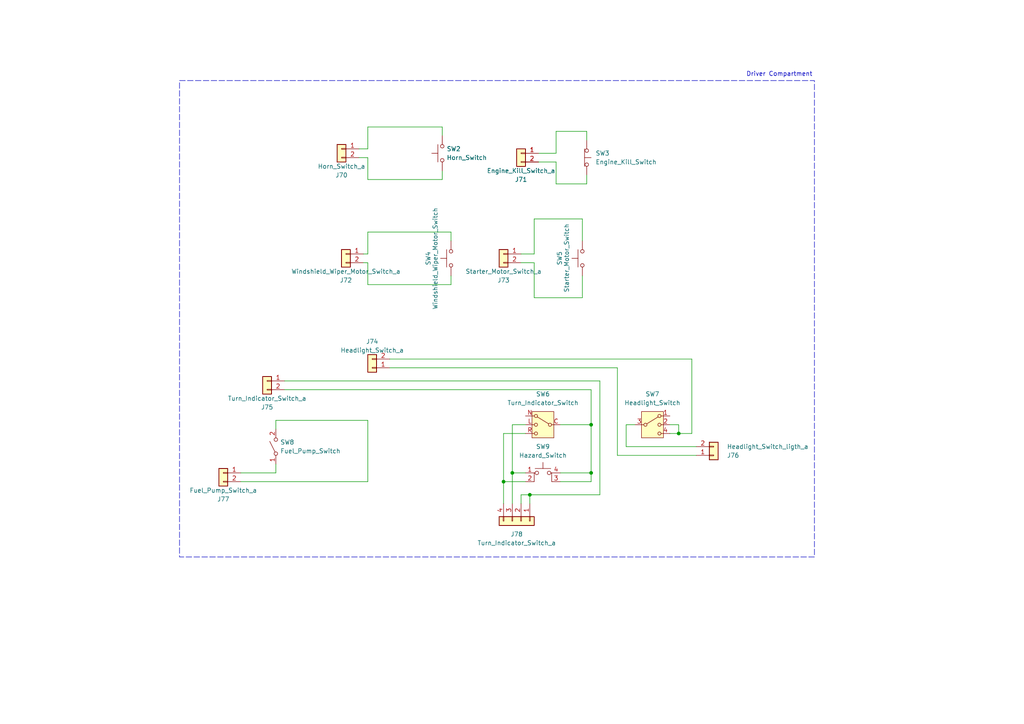
<source format=kicad_sch>
(kicad_sch (version 20250114) (generator "eeschema") (generator_version "9.0")
  (paper "A4")
  (title_block (date "2025-03-21") (rev "V1.0.0"))
  (lib_symbols
    (symbol "Connector_Generic:Conn_01x02" (pin_names (offset 1.016) (hide yes))
      (property "Reference" "J" (at 0 2.54 0))
      (property "Value" "Conn_01x02" (at 0 -5.08 0))
      (symbol "Conn_01x02_1_1"
        (rectangle (start -1.27 1.27) (end 1.27 -3.81) (stroke (width 0.254)) (fill (type background)))
        (rectangle (start -1.27 0.127) (end 0 -0.127) (stroke (width 0.1524)))
        (rectangle (start -1.27 -2.413) (end 0 -2.667) (stroke (width 0.1524)))
        (pin passive line (at -5.08 0 0) (length 3.81) (name "Pin_1") (number "1"))
        (pin passive line (at -5.08 -2.54 0) (length 3.81) (name "Pin_2") (number "2"))
      )
    )
    (symbol "Connector_Generic:Conn_01x04" (pin_names (offset 1.016) (hide yes))
      (property "Reference" "J" (at 0 5.08 0))
      (property "Value" "Conn_01x04" (at 0 -7.62 0))
      (symbol "Conn_01x04_1_1"
        (rectangle (start -1.27 3.81) (end 1.27 -6.35) (stroke (width 0.254)) (fill (type background)))
        (rectangle (start -1.27 2.667) (end 0 2.413) (stroke (width 0.1524)))
        (rectangle (start -1.27 0.127) (end 0 -0.127) (stroke (width 0.1524)))
        (rectangle (start -1.27 -2.413) (end 0 -2.667) (stroke (width 0.1524)))
        (rectangle (start -1.27 -4.953) (end 0 -5.207) (stroke (width 0.1524)))
        (pin passive line (at -5.08 2.54 0) (length 3.81) (name "Pin_1") (number "1"))
        (pin passive line (at -5.08 0 0) (length 3.81) (name "Pin_2") (number "2"))
        (pin passive line (at -5.08 -2.54 0) (length 3.81) (name "Pin_3") (number "3"))
        (pin passive line (at -5.08 -5.08 0) (length 3.81) (name "Pin_4") (number "4"))
      )
    )
    (symbol "SW_SP3T_1" (pin_names (offset 0) (hide yes))
      (property "Reference" "SW2" (at 0 8.89 0))
      (property "Value" "Turn_Indicator_Switch" (at 0 6.35 0))
      (symbol "SW_SP3T_1_0_1"
        (circle (center -2.032 0) (radius 0.4572))
        (polyline (pts (xy -1.651 0.254) (xy 1.651 2.286)))
        (circle (center 2.032 2.54) (radius 0.4572))
        (circle (center 2.032 0) (radius 0.4572))
        (circle (center 2.032 -2.54) (radius 0.4572))
      )
      (symbol "SW_SP3T_1_1_1"
        (rectangle (start -3.175 3.81) (end 3.175 -3.81) (fill (type background)))
        (pin passive line (at -5.08 0 0) (length 2.54) (name "3") (number "C"))
        (pin passive line (at 5.08 2.54 180) (length 2.54) (name "1") (number "N"))
        (pin passive line (at 5.08 0 180) (length 2.54) (name "2") (number "L"))
        (pin passive line (at 5.08 -2.54 180) (length 2.54) (name "4") (number "R"))
      )
    )
    (symbol "Switch:SW_MEC_5E" (pin_names (offset 1.016) (hide yes))
      (property "Reference" "SW" (at 0.635 5.715 0))
      (property "Value" "SW_MEC_5E" (at 0 -3.175 0))
      (symbol "SW_MEC_5E_0_1"
        (polyline (pts (xy -2.54 0) (xy -2.54 2.54) (xy -2.286 2.54)))
        (polyline (pts (xy -2.286 3.81) (xy 2.286 3.81)))
        (circle (center -1.778 2.54) (radius 0.508))
        (polyline (pts (xy 0 3.81) (xy 0 5.588)))
        (circle (center 1.778 2.54) (radius 0.508))
        (polyline (pts (xy 2.54 0) (xy 2.54 2.54) (xy 2.286 2.54)))
        (pin passive line (at -5.08 2.54 0) (length 2.54) (name "1") (number "1"))
        (pin passive line (at -5.08 0 0) (length 2.54) (name "2") (number "2"))
        (pin passive line (at 5.08 2.54 180) (length 2.54) (name "A") (number "4"))
        (pin passive line (at 5.08 0 180) (length 2.54) (name "K") (number "3"))
      )
    )
    (symbol "Switch:SW_Push" (pin_numbers (hide yes)) (pin_names (offset 1.016) (hide yes))
      (property "Reference" "SW" (at 1.27 2.54 0))
      (property "Value" "SW_Push" (at 0 -1.524 0))
      (symbol "SW_Push_0_1"
        (circle (center -2.032 0) (radius 0.508))
        (polyline (pts (xy 0 1.27) (xy 0 3.048)))
        (circle (center 2.032 0) (radius 0.508))
        (polyline (pts (xy 2.54 1.27) (xy -2.54 1.27)))
        (pin passive line (at -5.08 0 0) (length 2.54) (name "1") (number "1"))
        (pin passive line (at 5.08 0 180) (length 2.54) (name "2") (number "2"))
      )
    )
    (symbol "Switch:SW_Push_Open" (pin_numbers (hide yes)) (pin_names (offset 1.016) (hide yes))
      (property "Reference" "SW" (at 0 2.54 0))
      (property "Value" "SW_Push_Open" (at 0 -1.905 0))
      (symbol "SW_Push_Open_0_1"
        (polyline (pts (xy -2.54 -0.635) (xy 2.54 -0.635)))
        (circle (center -2.032 0) (radius 0.508))
        (polyline (pts (xy 0 -0.635) (xy 0 1.27)))
        (circle (center 2.032 0) (radius 0.508))
        (pin passive line (at -5.08 0 0) (length 2.54) (name "A") (number "1"))
      )
      (symbol "SW_Push_Open_1_1"
        (pin passive line (at 5.08 0 180) (length 2.54) (name "B") (number "2"))
      )
    )
    (symbol "Switch:SW_SP3T" (pin_names (offset 0) (hide yes))
      (property "Reference" "SW" (at 0 5.08 0))
      (property "Value" "SW_SP3T" (at 0 -5.08 0))
      (symbol "SW_SP3T_0_1"
        (circle (center -2.032 0) (radius 0.4572))
        (polyline (pts (xy -1.651 0.254) (xy 1.651 2.286)))
        (circle (center 2.032 2.54) (radius 0.4572))
        (circle (center 2.032 0) (radius 0.4572))
        (circle (center 2.032 -2.54) (radius 0.4572))
      )
      (symbol "SW_SP3T_1_1"
        (rectangle (start -3.175 3.81) (end 3.175 -3.81) (fill (type background)))
        (pin passive line (at -5.08 0 0) (length 2.54) (name "3") (number "3"))
        (pin passive line (at 5.08 2.54 180) (length 2.54) (name "1") (number "1"))
        (pin passive line (at 5.08 0 180) (length 2.54) (name "2") (number "2"))
        (pin passive line (at 5.08 -2.54 180) (length 2.54) (name "4") (number "4"))
      )
    )
    (symbol "Switch:SW_SPST" (pin_names (offset 0) (hide yes))
      (property "Reference" "SW" (at 0 3.175 0))
      (property "Value" "SW_SPST" (at 0 -2.54 0))
      (symbol "SW_SPST_0_0"
        (circle (center -2.032 0) (radius 0.508))
        (polyline (pts (xy -1.524 0.254) (xy 1.524 1.778)))
        (circle (center 2.032 0) (radius 0.508))
      )
      (symbol "SW_SPST_1_1"
        (pin passive line (at -5.08 0 0) (length 2.54) (name "A") (number "1"))
        (pin passive line (at 5.08 0 180) (length 2.54) (name "B") (number "2"))
      )
    )
  )
  (rectangle (start 52.07 23.368) (end 236.22 161.544) (stroke (width 0) (type dash)))
  (text "Driver Compartment" (at 226.06 21.59 0) (effects (font (size 1.27 1.27))))
  (junction (at 171.45 137.16))
  (junction (at 148.59 137.16))
  (junction (at 196.85 125.73))
  (junction (at 171.45 123.19))
  (junction (at 153.67 143.51))
  (junction (at 146.05 139.7))
  (wire (pts (xy 80.01 121.92) (xy 106.68 121.92)))
  (wire (pts (xy 130.81 82.55) (xy 106.68 82.55)))
  (wire (pts (xy 148.59 123.19) (xy 148.59 137.16)))
  (wire (pts (xy 153.67 143.51) (xy 153.67 146.05)))
  (wire (pts (xy 80.01 121.92) (xy 80.01 124.46)))
  (wire (pts (xy 170.18 53.34) (xy 170.18 50.8)))
  (wire (pts (xy 69.85 139.7) (xy 106.68 139.7)))
  (wire (pts (xy 106.68 73.66) (xy 106.68 67.31)))
  (wire (pts (xy 152.4 139.7) (xy 146.05 139.7)))
  (wire (pts (xy 130.81 80.01) (xy 130.81 82.55)))
  (wire (pts (xy 161.29 53.34) (xy 161.29 46.99)))
  (wire (pts (xy 151.13 76.2) (xy 154.94 76.2)))
  (wire (pts (xy 128.27 36.83) (xy 106.68 36.83)))
  (wire (pts (xy 154.94 73.66) (xy 154.94 63.5)))
  (wire (pts (xy 151.13 146.05) (xy 151.13 143.51)))
  (wire (pts (xy 154.94 63.5) (xy 168.91 63.5)))
  (wire (pts (xy 168.91 80.01) (xy 168.91 86.36)))
  (wire (pts (xy 181.61 123.19) (xy 184.15 123.19)))
  (wire (pts (xy 128.27 52.07) (xy 128.27 49.53)))
  (wire (pts (xy 168.91 86.36) (xy 154.94 86.36)))
  (wire (pts (xy 151.13 73.66) (xy 154.94 73.66)))
  (wire (pts (xy 113.03 106.68) (xy 179.07 106.68)))
  (wire (pts (xy 151.13 143.51) (xy 153.67 143.51)))
  (wire (pts (xy 130.81 67.31) (xy 130.81 69.85)))
  (wire (pts (xy 161.29 38.1) (xy 161.29 44.45)))
  (wire (pts (xy 105.41 73.66) (xy 106.68 73.66)))
  (wire (pts (xy 179.07 132.08) (xy 201.93 132.08)))
  (wire (pts (xy 168.91 63.5) (xy 168.91 69.85)))
  (wire (pts (xy 196.85 123.19) (xy 196.85 125.73)))
  (wire (pts (xy 181.61 123.19) (xy 181.61 129.54)))
  (wire (pts (xy 161.29 44.45) (xy 156.21 44.45)))
  (wire (pts (xy 106.68 45.72) (xy 106.68 52.07)))
  (wire (pts (xy 130.81 67.31) (xy 106.68 67.31)))
  (wire (pts (xy 113.03 104.14) (xy 200.66 104.14)))
  (wire (pts (xy 153.67 143.51) (xy 173.99 143.51)))
  (wire (pts (xy 161.29 53.34) (xy 170.18 53.34)))
  (wire (pts (xy 146.05 139.7) (xy 146.05 146.05)))
  (wire (pts (xy 104.14 43.18) (xy 106.68 43.18)))
  (wire (pts (xy 152.4 137.16) (xy 148.59 137.16)))
  (wire (pts (xy 154.94 86.36) (xy 154.94 76.2)))
  (wire (pts (xy 196.85 125.73) (xy 194.31 125.73)))
  (wire (pts (xy 200.66 125.73) (xy 196.85 125.73)))
  (wire (pts (xy 171.45 113.03) (xy 171.45 123.19)))
  (wire (pts (xy 152.4 125.73) (xy 146.05 125.73)))
  (wire (pts (xy 146.05 125.73) (xy 146.05 139.7)))
  (wire (pts (xy 171.45 137.16) (xy 171.45 123.19)))
  (wire (pts (xy 162.56 139.7) (xy 171.45 139.7)))
  (wire (pts (xy 69.85 137.16) (xy 80.01 137.16)))
  (wire (pts (xy 106.68 76.2) (xy 106.68 82.55)))
  (wire (pts (xy 104.14 45.72) (xy 106.68 45.72)))
  (wire (pts (xy 162.56 137.16) (xy 171.45 137.16)))
  (wire (pts (xy 128.27 36.83) (xy 128.27 39.37)))
  (wire (pts (xy 148.59 123.19) (xy 152.4 123.19)))
  (wire (pts (xy 82.55 110.49) (xy 173.99 110.49)))
  (wire (pts (xy 105.41 76.2) (xy 106.68 76.2)))
  (wire (pts (xy 161.29 38.1) (xy 170.18 38.1)))
  (wire (pts (xy 162.56 123.19) (xy 171.45 123.19)))
  (wire (pts (xy 181.61 129.54) (xy 201.93 129.54)))
  (wire (pts (xy 80.01 137.16) (xy 80.01 134.62)))
  (wire (pts (xy 200.66 104.14) (xy 200.66 125.73)))
  (wire (pts (xy 106.68 43.18) (xy 106.68 36.83)))
  (wire (pts (xy 171.45 139.7) (xy 171.45 137.16)))
  (wire (pts (xy 179.07 106.68) (xy 179.07 132.08)))
  (wire (pts (xy 82.55 113.03) (xy 171.45 113.03)))
  (wire (pts (xy 173.99 143.51) (xy 173.99 110.49)))
  (wire (pts (xy 148.59 137.16) (xy 148.59 146.05)))
  (wire (pts (xy 106.68 121.92) (xy 106.68 139.7)))
  (wire (pts (xy 170.18 38.1) (xy 170.18 40.64)))
  (wire (pts (xy 161.29 46.99) (xy 156.21 46.99)))
  (wire (pts (xy 106.68 52.07) (xy 128.27 52.07)))
  (wire (pts (xy 194.31 123.19) (xy 196.85 123.19)))
  (symbol (lib_id "Connector_Generic:Conn_01x02") (at 151.13 44.45 0) (mirror y) (unit 1)
    (property "Reference" "J71" (at 151.13 52.07 0))
    (property "Value" "Engine_Kill_Switch_a" (at 151.13 49.53 0))
    (property "Description" "Generic connector, single row, 01x02, script generated (kicad-library-utils/schlib/autogen/connector/)" (effects (hide yes)))
  )
  (symbol (lib_id "Connector_Generic:Conn_01x02") (at 77.47 110.49 0) (mirror y) (unit 1)
    (property "Reference" "J75" (at 77.47 118.11 0))
    (property "Value" "Turn_Indicator_Switch_a" (at 77.47 115.57 0))
    (property "Description" "Generic connector, single row, 01x02, script generated (kicad-library-utils/schlib/autogen/connector/)" (effects (hide yes)))
  )
  (symbol (lib_id "Connector_Generic:Conn_01x04") (at 151.13 151.13 270) (unit 1)
    (property "Reference" "J78" (at 149.86 154.94 90))
    (property "Value" "Turn_Indicator_Switch_a" (at 149.86 157.48 90))
    (property "Description" "Generic connector, single row, 01x04, script generated (kicad-library-utils/schlib/autogen/connector/)" (effects (hide yes)))
  )
  (symbol (lib_name "SW_SP3T_1") (lib_id "Switch:SW_SP3T") (at 157.48 123.19 0) (mirror y) (unit 1)
    (property "Reference" "SW6" (at 157.48 114.3 0))
    (property "Value" "Turn_Indicator_Switch" (at 157.48 116.84 0))
    (property "Description" "Switch, three position, single pole triple throw, 3 position switch, SP3T" (effects (hide yes)))
  )
  (symbol (lib_id "Switch:SW_Push") (at 128.27 44.45 90) (unit 1)
    (property "Reference" "SW2" (at 129.54 43.1799 90) (effects (justify right)))
    (property "Value" "Horn_Switch" (at 129.54 45.7199 90) (effects (justify right)))
    (property "Description" "Push button switch, generic, two pins" (effects (hide yes)))
  )
  (symbol (lib_id "Switch:SW_SP3T") (at 189.23 123.19 0) (unit 1)
    (property "Reference" "SW7" (at 189.23 114.3 0))
    (property "Value" "Headlight_Switch" (at 189.23 116.84 0))
    (property "Description" "Switch, three position, single pole triple throw, 3 position switch, SP3T" (effects (hide yes)))
  )
  (symbol (lib_id "Connector_Generic:Conn_01x02") (at 99.06 43.18 0) (mirror y) (unit 1)
    (property "Reference" "J70" (at 99.06 50.8 0))
    (property "Value" "Horn_Switch_a" (at 99.06 48.26 0))
    (property "Description" "Generic connector, single row, 01x02, script generated (kicad-library-utils/schlib/autogen/connector/)" (effects (hide yes)))
  )
  (symbol (lib_id "Connector_Generic:Conn_01x02") (at 100.33 73.66 0) (mirror y) (unit 1)
    (property "Reference" "J72" (at 100.33 81.28 0))
    (property "Value" "Windshield_Wiper_Motor_Switch_a" (at 100.33 78.74 0))
    (property "Description" "Generic connector, single row, 01x02, script generated (kicad-library-utils/schlib/autogen/connector/)" (effects (hide yes)))
  )
  (symbol (lib_id "Connector_Generic:Conn_01x02") (at 146.05 73.66 0) (mirror y) (unit 1)
    (property "Reference" "J73" (at 146.05 81.28 0))
    (property "Value" "Starter_Motor_Switch_a" (at 146.05 78.74 0))
    (property "Description" "Generic connector, single row, 01x02, script generated (kicad-library-utils/schlib/autogen/connector/)" (effects (hide yes)))
  )
  (symbol (lib_id "Switch:SW_Push") (at 168.91 74.93 90) (mirror x) (unit 1)
    (property "Reference" "SW5" (at 162.306 76.962 0) (effects (justify right)))
    (property "Value" "Starter_Motor_Switch" (at 164.338 84.836 0) (effects (justify right)))
    (property "Description" "Push button switch, generic, two pins" (effects (hide yes)))
  )
  (symbol (lib_id "Switch:SW_Push") (at 130.81 74.93 90) (unit 1)
    (property "Reference" "SW4" (at 124.206 72.898 0) (effects (justify right)))
    (property "Value" "Windshield_Wiper_Motor_Switch" (at 126.238 60.198 0) (effects (justify right)))
    (property "Description" "Push button switch, generic, two pins" (effects (hide yes)))
  )
  (symbol (lib_id "Switch:SW_SPST") (at 80.01 129.54 90) (unit 1)
    (property "Reference" "SW8" (at 81.28 128.2699 90) (effects (justify right)))
    (property "Value" "Fuel_Pump_Switch" (at 81.28 130.8099 90) (effects (justify right)))
    (property "Description" "Single Pole Single Throw (SPST) switch" (effects (hide yes)))
  )
  (symbol (lib_id "Switch:SW_MEC_5E") (at 157.48 139.7 0) (unit 1)
    (property "Reference" "SW9" (at 157.48 129.54 0))
    (property "Value" "Hazard_Switch" (at 157.48 132.08 0))
    (property "Datasheet" "http://www.apem.com/int/index.php?controller=attachment&id_attachment=1371" (effects (hide yes)))
    (property "Description" "MEC 5E single pole normally-open tactile switch" (effects (hide yes)))
  )
  (symbol (lib_id "Connector_Generic:Conn_01x02") (at 64.77 137.16 0) (mirror y) (unit 1)
    (property "Reference" "J77" (at 64.77 144.78 0))
    (property "Value" "Fuel_Pump_Switch_a" (at 64.77 142.24 0))
    (property "Description" "Generic connector, single row, 01x02, script generated (kicad-library-utils/schlib/autogen/connector/)" (effects (hide yes)))
  )
  (symbol (lib_id "Switch:SW_Push_Open") (at 170.18 45.72 270) (unit 1)
    (property "Reference" "SW3" (at 172.72 44.4499 90) (effects (justify left)))
    (property "Value" "Engine_Kill_Switch" (at 172.72 46.9899 90) (effects (justify left)))
    (property "Description" "Push button switch, push-to-open, generic, two pins" (effects (hide yes)))
  )
  (symbol (lib_id "Connector_Generic:Conn_01x02") (at 207.01 132.08 0) (mirror x) (unit 1)
    (property "Reference" "J76" (at 210.82 132.0801 0) (effects (justify left)))
    (property "Value" "Headlight_Switch_ligth_a" (at 210.82 129.5401 0) (effects (justify left)))
    (property "Description" "Generic connector, single row, 01x02, script generated (kicad-library-utils/schlib/autogen/connector/)" (effects (hide yes)))
  )
  (symbol (lib_id "Connector_Generic:Conn_01x02") (at 107.95 106.68 180) (unit 1)
    (property "Reference" "J74" (at 107.95 99.06 0))
    (property "Value" "Headlight_Switch_a" (at 107.95 101.6 0))
    (property "Description" "Generic connector, single row, 01x02, script generated (kicad-library-utils/schlib/autogen/connector/)" (effects (hide yes)))
  )
)
</source>
